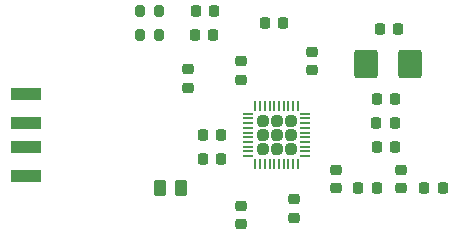
<source format=gbr>
%TF.GenerationSoftware,KiCad,Pcbnew,9.0.7*%
%TF.CreationDate,2026-02-16T22:31:36-05:00*%
%TF.ProjectId,Primis_Versipellis,5072696d-6973-45f5-9665-72736970656c,rev?*%
%TF.SameCoordinates,Original*%
%TF.FileFunction,Paste,Top*%
%TF.FilePolarity,Positive*%
%FSLAX46Y46*%
G04 Gerber Fmt 4.6, Leading zero omitted, Abs format (unit mm)*
G04 Created by KiCad (PCBNEW 9.0.7) date 2026-02-16 22:31:36*
%MOMM*%
%LPD*%
G01*
G04 APERTURE LIST*
G04 Aperture macros list*
%AMRoundRect*
0 Rectangle with rounded corners*
0 $1 Rounding radius*
0 $2 $3 $4 $5 $6 $7 $8 $9 X,Y pos of 4 corners*
0 Add a 4 corners polygon primitive as box body*
4,1,4,$2,$3,$4,$5,$6,$7,$8,$9,$2,$3,0*
0 Add four circle primitives for the rounded corners*
1,1,$1+$1,$2,$3*
1,1,$1+$1,$4,$5*
1,1,$1+$1,$6,$7*
1,1,$1+$1,$8,$9*
0 Add four rect primitives between the rounded corners*
20,1,$1+$1,$2,$3,$4,$5,0*
20,1,$1+$1,$4,$5,$6,$7,0*
20,1,$1+$1,$6,$7,$8,$9,0*
20,1,$1+$1,$8,$9,$2,$3,0*%
G04 Aperture macros list end*
%ADD10RoundRect,0.225000X-0.250000X0.225000X-0.250000X-0.225000X0.250000X-0.225000X0.250000X0.225000X0*%
%ADD11R,2.500000X1.100000*%
%ADD12RoundRect,0.250000X0.262500X0.450000X-0.262500X0.450000X-0.262500X-0.450000X0.262500X-0.450000X0*%
%ADD13RoundRect,0.225000X0.225000X0.250000X-0.225000X0.250000X-0.225000X-0.250000X0.225000X-0.250000X0*%
%ADD14RoundRect,0.218750X0.218750X0.256250X-0.218750X0.256250X-0.218750X-0.256250X0.218750X-0.256250X0*%
%ADD15RoundRect,0.242500X-0.242500X-0.242500X0.242500X-0.242500X0.242500X0.242500X-0.242500X0.242500X0*%
%ADD16RoundRect,0.062500X-0.350000X-0.062500X0.350000X-0.062500X0.350000X0.062500X-0.350000X0.062500X0*%
%ADD17RoundRect,0.062500X-0.062500X-0.350000X0.062500X-0.350000X0.062500X0.350000X-0.062500X0.350000X0*%
%ADD18RoundRect,0.225000X0.250000X-0.225000X0.250000X0.225000X-0.250000X0.225000X-0.250000X-0.225000X0*%
%ADD19RoundRect,0.225000X-0.225000X-0.250000X0.225000X-0.250000X0.225000X0.250000X-0.225000X0.250000X0*%
%ADD20RoundRect,0.200000X0.200000X0.275000X-0.200000X0.275000X-0.200000X-0.275000X0.200000X-0.275000X0*%
%ADD21RoundRect,0.250000X-0.750000X-0.950000X0.750000X-0.950000X0.750000X0.950000X-0.750000X0.950000X0*%
G04 APERTURE END LIST*
D10*
%TO.C,C5*%
X162000000Y-72450000D03*
X162000000Y-74000000D03*
%TD*%
D11*
%TO.C,J2*%
X130250000Y-73000000D03*
X130250000Y-70500000D03*
X130250000Y-68500000D03*
X130250000Y-66000000D03*
%TD*%
D12*
%TO.C,R8*%
X143412500Y-74000000D03*
X141587500Y-74000000D03*
%TD*%
D10*
%TO.C,C6*%
X156500000Y-72450000D03*
X156500000Y-74000000D03*
%TD*%
D13*
%TO.C,C4*%
X161550000Y-66500000D03*
X160000000Y-66500000D03*
%TD*%
D10*
%TO.C,C2*%
X148500000Y-75500000D03*
X148500000Y-77050000D03*
%TD*%
D14*
%TO.C,D3*%
X146150000Y-61000000D03*
X144575000Y-61000000D03*
%TD*%
D13*
%TO.C,C9*%
X146825000Y-69500000D03*
X145275000Y-69500000D03*
%TD*%
D15*
%TO.C,U1*%
X150300000Y-68300000D03*
X150300000Y-69500000D03*
X150300000Y-70700000D03*
X151500000Y-68300000D03*
X151500000Y-69500000D03*
X151500000Y-70700000D03*
X152700000Y-68300000D03*
X152700000Y-69500000D03*
X152700000Y-70700000D03*
D16*
X149062500Y-67700000D03*
X149062500Y-68100000D03*
X149062500Y-68500000D03*
X149062500Y-68900000D03*
X149062500Y-69300000D03*
X149062500Y-69700000D03*
X149062500Y-70100000D03*
X149062500Y-70500000D03*
X149062500Y-70900000D03*
X149062500Y-71300000D03*
D17*
X149700000Y-71937500D03*
X150100000Y-71937500D03*
X150500000Y-71937500D03*
X150900000Y-71937500D03*
X151300000Y-71937500D03*
X151700000Y-71937500D03*
X152100000Y-71937500D03*
X152500000Y-71937500D03*
X152900000Y-71937500D03*
X153300000Y-71937500D03*
D16*
X153937500Y-71300000D03*
X153937500Y-70900000D03*
X153937500Y-70500000D03*
X153937500Y-70100000D03*
X153937500Y-69700000D03*
X153937500Y-69300000D03*
X153937500Y-68900000D03*
X153937500Y-68500000D03*
X153937500Y-68100000D03*
X153937500Y-67700000D03*
D17*
X153300000Y-67062500D03*
X152900000Y-67062500D03*
X152500000Y-67062500D03*
X152100000Y-67062500D03*
X151700000Y-67062500D03*
X151300000Y-67062500D03*
X150900000Y-67062500D03*
X150500000Y-67062500D03*
X150100000Y-67062500D03*
X149700000Y-67062500D03*
%TD*%
D18*
%TO.C,C8*%
X153000000Y-76500000D03*
X153000000Y-74950000D03*
%TD*%
D19*
%TO.C,C3*%
X160225000Y-60500000D03*
X161775000Y-60500000D03*
%TD*%
%TO.C,C31*%
X159950000Y-68500000D03*
X161500000Y-68500000D03*
%TD*%
D20*
%TO.C,R1*%
X141575000Y-59000000D03*
X139925000Y-59000000D03*
%TD*%
D13*
%TO.C,C7*%
X146825000Y-71500000D03*
X145275000Y-71500000D03*
%TD*%
D14*
%TO.C,D1*%
X146222500Y-59000000D03*
X144647500Y-59000000D03*
%TD*%
D13*
%TO.C,C30*%
X161550000Y-70500000D03*
X160000000Y-70500000D03*
%TD*%
D19*
%TO.C,C29*%
X150500000Y-60000000D03*
X152050000Y-60000000D03*
%TD*%
D18*
%TO.C,C11*%
X148500000Y-64825000D03*
X148500000Y-63275000D03*
%TD*%
D10*
%TO.C,C10*%
X154500000Y-62450000D03*
X154500000Y-64000000D03*
%TD*%
D14*
%TO.C,L2*%
X165575000Y-74000000D03*
X164000000Y-74000000D03*
%TD*%
D21*
%TO.C,Y1*%
X159050000Y-63500000D03*
X162750000Y-63500000D03*
%TD*%
D14*
%TO.C,L1*%
X160000000Y-74000000D03*
X158425000Y-74000000D03*
%TD*%
D20*
%TO.C,R3*%
X141575000Y-61000000D03*
X139925000Y-61000000D03*
%TD*%
D10*
%TO.C,C1*%
X144000000Y-63950000D03*
X144000000Y-65500000D03*
%TD*%
M02*

</source>
